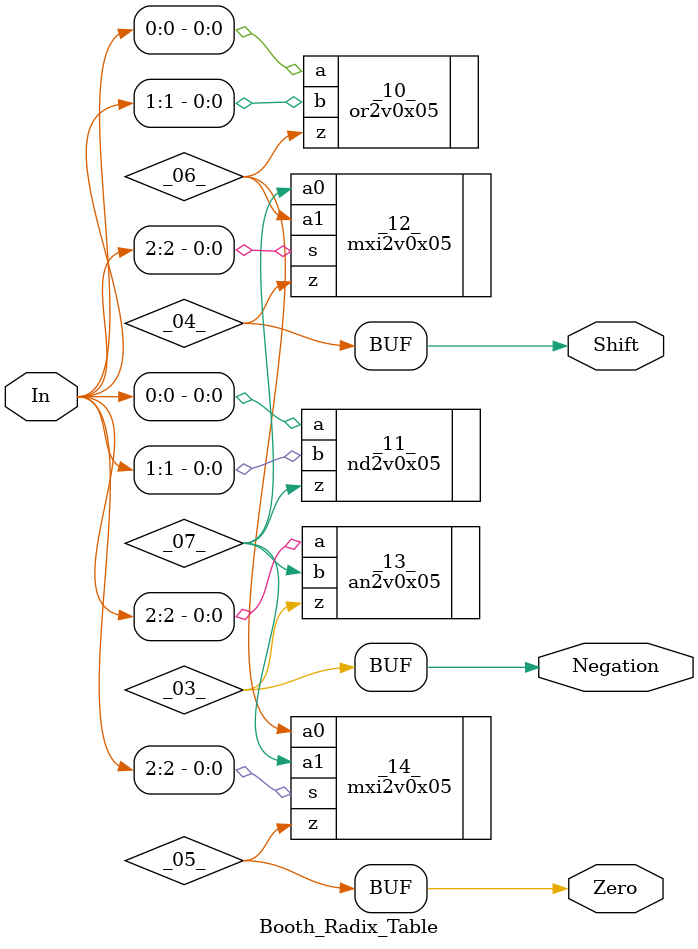
<source format=v>
/* Generated by Yosys 0.42+2 (git sha1 82783646e, g++ 13.2.0-23ubuntu4 -fPIC -Os) */

module Booth_Radix_Table(In, Shift, Negation, Zero);
  wire _00_;
  wire _01_;
  wire _02_;
  wire _03_;
  wire _04_;
  wire _05_;
  wire _06_;
  wire _07_;
  wire _08_;
  wire _09_;
  input [2:0] In;
  wire [2:0] In;
  output Negation;
  wire Negation;
  output Shift;
  wire Shift;
  output Zero;
  wire Zero;
  or2v0x05 _10_ (
    .a(_00_),
    .b(_01_),
    .z(_06_)
  );
  nd2v0x05 _11_ (
    .a(_00_),
    .b(_01_),
    .z(_07_)
  );
  mxi2v0x05 _12_ (
    .a0(_07_),
    .a1(_06_),
    .s(_02_),
    .z(_04_)
  );
  an2v0x05 _13_ (
    .a(_02_),
    .b(_07_),
    .z(_03_)
  );
  mxi2v0x05 _14_ (
    .a0(_06_),
    .a1(_07_),
    .s(_02_),
    .z(_05_)
  );
  assign _02_ = In[2];
  assign Shift = _04_;
  assign Negation = _03_;
  assign _00_ = In[0];
  assign _01_ = In[1];
  assign Zero = _05_;
endmodule

</source>
